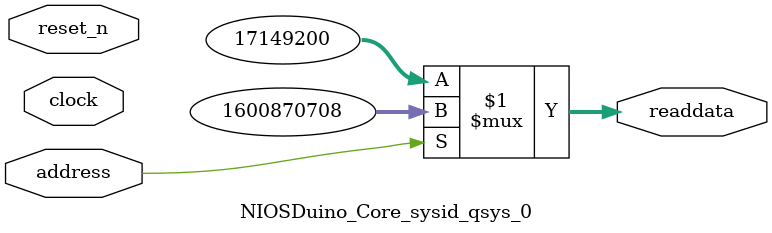
<source format=v>



// synthesis translate_off
`timescale 1ns / 1ps
// synthesis translate_on

// turn off superfluous verilog processor warnings 
// altera message_level Level1 
// altera message_off 10034 10035 10036 10037 10230 10240 10030 

module NIOSDuino_Core_sysid_qsys_0 (
               // inputs:
                address,
                clock,
                reset_n,

               // outputs:
                readdata
             )
;

  output  [ 31: 0] readdata;
  input            address;
  input            clock;
  input            reset_n;

  wire    [ 31: 0] readdata;
  //control_slave, which is an e_avalon_slave
  assign readdata = address ? 1600870708 : 17149200;

endmodule



</source>
